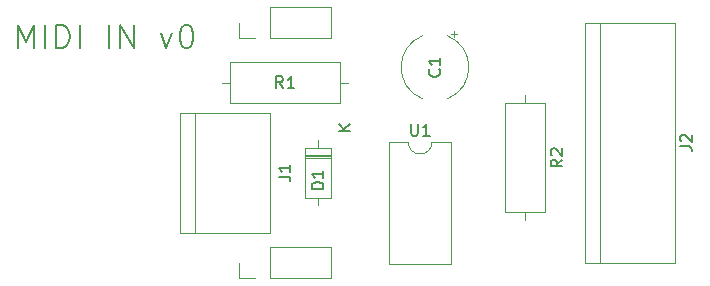
<source format=gbr>
%TF.GenerationSoftware,KiCad,Pcbnew,(6.0.5-0)*%
%TF.CreationDate,2022-05-25T12:26:39-07:00*%
%TF.ProjectId,pool-piano-midi,706f6f6c-2d70-4696-916e-6f2d6d696469,v0*%
%TF.SameCoordinates,Original*%
%TF.FileFunction,Legend,Top*%
%TF.FilePolarity,Positive*%
%FSLAX46Y46*%
G04 Gerber Fmt 4.6, Leading zero omitted, Abs format (unit mm)*
G04 Created by KiCad (PCBNEW (6.0.5-0)) date 2022-05-25 12:26:39*
%MOMM*%
%LPD*%
G01*
G04 APERTURE LIST*
%ADD10C,0.150000*%
%ADD11C,0.120000*%
G04 APERTURE END LIST*
D10*
X155179047Y-65674761D02*
X155179047Y-63674761D01*
X155845714Y-65103333D01*
X156512380Y-63674761D01*
X156512380Y-65674761D01*
X157464761Y-65674761D02*
X157464761Y-63674761D01*
X158417142Y-65674761D02*
X158417142Y-63674761D01*
X158893333Y-63674761D01*
X159179047Y-63770000D01*
X159369523Y-63960476D01*
X159464761Y-64150952D01*
X159560000Y-64531904D01*
X159560000Y-64817619D01*
X159464761Y-65198571D01*
X159369523Y-65389047D01*
X159179047Y-65579523D01*
X158893333Y-65674761D01*
X158417142Y-65674761D01*
X160417142Y-65674761D02*
X160417142Y-63674761D01*
X162893333Y-65674761D02*
X162893333Y-63674761D01*
X163845714Y-65674761D02*
X163845714Y-63674761D01*
X164988571Y-65674761D01*
X164988571Y-63674761D01*
X167274285Y-64341428D02*
X167750476Y-65674761D01*
X168226666Y-64341428D01*
X169369523Y-63674761D02*
X169560000Y-63674761D01*
X169750476Y-63770000D01*
X169845714Y-63865238D01*
X169940952Y-64055714D01*
X170036190Y-64436666D01*
X170036190Y-64912857D01*
X169940952Y-65293809D01*
X169845714Y-65484285D01*
X169750476Y-65579523D01*
X169560000Y-65674761D01*
X169369523Y-65674761D01*
X169179047Y-65579523D01*
X169083809Y-65484285D01*
X168988571Y-65293809D01*
X168893333Y-64912857D01*
X168893333Y-64436666D01*
X168988571Y-64055714D01*
X169083809Y-63865238D01*
X169179047Y-63770000D01*
X169369523Y-63674761D01*
%TO.C,R1*%
X177633333Y-69032380D02*
X177300000Y-68556190D01*
X177061904Y-69032380D02*
X177061904Y-68032380D01*
X177442857Y-68032380D01*
X177538095Y-68080000D01*
X177585714Y-68127619D01*
X177633333Y-68222857D01*
X177633333Y-68365714D01*
X177585714Y-68460952D01*
X177538095Y-68508571D01*
X177442857Y-68556190D01*
X177061904Y-68556190D01*
X178585714Y-69032380D02*
X178014285Y-69032380D01*
X178300000Y-69032380D02*
X178300000Y-68032380D01*
X178204761Y-68175238D01*
X178109523Y-68270476D01*
X178014285Y-68318095D01*
%TO.C,D1*%
X181046380Y-77573095D02*
X180046380Y-77573095D01*
X180046380Y-77335000D01*
X180094000Y-77192142D01*
X180189238Y-77096904D01*
X180284476Y-77049285D01*
X180474952Y-77001666D01*
X180617809Y-77001666D01*
X180808285Y-77049285D01*
X180903523Y-77096904D01*
X180998761Y-77192142D01*
X181046380Y-77335000D01*
X181046380Y-77573095D01*
X181046380Y-76049285D02*
X181046380Y-76620714D01*
X181046380Y-76335000D02*
X180046380Y-76335000D01*
X180189238Y-76430238D01*
X180284476Y-76525476D01*
X180332095Y-76620714D01*
X183332380Y-72651904D02*
X182332380Y-72651904D01*
X183332380Y-72080476D02*
X182760952Y-72509047D01*
X182332380Y-72080476D02*
X182903809Y-72651904D01*
%TO.C,J2*%
X211262380Y-73973333D02*
X211976666Y-73973333D01*
X212119523Y-74020952D01*
X212214761Y-74116190D01*
X212262380Y-74259047D01*
X212262380Y-74354285D01*
X211357619Y-73544761D02*
X211310000Y-73497142D01*
X211262380Y-73401904D01*
X211262380Y-73163809D01*
X211310000Y-73068571D01*
X211357619Y-73020952D01*
X211452857Y-72973333D01*
X211548095Y-72973333D01*
X211690952Y-73020952D01*
X212262380Y-73592380D01*
X212262380Y-72973333D01*
%TO.C,C1*%
X190857142Y-67436666D02*
X190904761Y-67484285D01*
X190952380Y-67627142D01*
X190952380Y-67722380D01*
X190904761Y-67865238D01*
X190809523Y-67960476D01*
X190714285Y-68008095D01*
X190523809Y-68055714D01*
X190380952Y-68055714D01*
X190190476Y-68008095D01*
X190095238Y-67960476D01*
X190000000Y-67865238D01*
X189952380Y-67722380D01*
X189952380Y-67627142D01*
X190000000Y-67484285D01*
X190047619Y-67436666D01*
X190952380Y-66484285D02*
X190952380Y-67055714D01*
X190952380Y-66770000D02*
X189952380Y-66770000D01*
X190095238Y-66865238D01*
X190190476Y-66960476D01*
X190238095Y-67055714D01*
%TO.C,J1*%
X177252380Y-76533333D02*
X177966666Y-76533333D01*
X178109523Y-76580952D01*
X178204761Y-76676190D01*
X178252380Y-76819047D01*
X178252380Y-76914285D01*
X178252380Y-75533333D02*
X178252380Y-76104761D01*
X178252380Y-75819047D02*
X177252380Y-75819047D01*
X177395238Y-75914285D01*
X177490476Y-76009523D01*
X177538095Y-76104761D01*
%TO.C,R2*%
X201292380Y-75096666D02*
X200816190Y-75430000D01*
X201292380Y-75668095D02*
X200292380Y-75668095D01*
X200292380Y-75287142D01*
X200340000Y-75191904D01*
X200387619Y-75144285D01*
X200482857Y-75096666D01*
X200625714Y-75096666D01*
X200720952Y-75144285D01*
X200768571Y-75191904D01*
X200816190Y-75287142D01*
X200816190Y-75668095D01*
X200387619Y-74715714D02*
X200340000Y-74668095D01*
X200292380Y-74572857D01*
X200292380Y-74334761D01*
X200340000Y-74239523D01*
X200387619Y-74191904D01*
X200482857Y-74144285D01*
X200578095Y-74144285D01*
X200720952Y-74191904D01*
X201292380Y-74763333D01*
X201292380Y-74144285D01*
%TO.C,U1*%
X188478095Y-72062380D02*
X188478095Y-72871904D01*
X188525714Y-72967142D01*
X188573333Y-73014761D01*
X188668571Y-73062380D01*
X188859047Y-73062380D01*
X188954285Y-73014761D01*
X189001904Y-72967142D01*
X189049523Y-72871904D01*
X189049523Y-72062380D01*
X190049523Y-73062380D02*
X189478095Y-73062380D01*
X189763809Y-73062380D02*
X189763809Y-72062380D01*
X189668571Y-72205238D01*
X189573333Y-72300476D01*
X189478095Y-72348095D01*
D11*
%TO.C,REF\u002A\u002A*%
X175260000Y-85150000D02*
X173930000Y-85150000D01*
X176530000Y-85150000D02*
X176530000Y-82490000D01*
X173930000Y-85150000D02*
X173930000Y-83820000D01*
X181670000Y-85150000D02*
X181670000Y-82490000D01*
X176530000Y-85150000D02*
X181670000Y-85150000D01*
X176530000Y-82490000D02*
X181670000Y-82490000D01*
%TO.C,R1*%
X182420000Y-66860000D02*
X173180000Y-66860000D01*
X173180000Y-70300000D02*
X182420000Y-70300000D01*
X172490000Y-68580000D02*
X173180000Y-68580000D01*
X182420000Y-70300000D02*
X182420000Y-66860000D01*
X183110000Y-68580000D02*
X182420000Y-68580000D01*
X173180000Y-66860000D02*
X173180000Y-70300000D01*
%TO.C,D1*%
X180594000Y-78970000D02*
X180594000Y-78320000D01*
X179474000Y-78320000D02*
X181714000Y-78320000D01*
X181714000Y-74080000D02*
X179474000Y-74080000D01*
X181714000Y-74800000D02*
X179474000Y-74800000D01*
X181714000Y-78320000D02*
X181714000Y-74080000D01*
X181714000Y-74680000D02*
X179474000Y-74680000D01*
X179474000Y-74080000D02*
X179474000Y-78320000D01*
X180594000Y-73430000D02*
X180594000Y-74080000D01*
X181714000Y-74920000D02*
X179474000Y-74920000D01*
%TO.C,J2*%
X203200000Y-63500000D02*
X203200000Y-83820000D01*
X204470000Y-83820000D02*
X204470000Y-63500000D01*
X210820000Y-63500000D02*
X203200000Y-63500000D01*
X210820000Y-63500000D02*
X210820000Y-83820000D01*
X203200000Y-83820000D02*
X210820000Y-83820000D01*
%TO.C,C1*%
X192390000Y-64472738D02*
X191840000Y-64472738D01*
X192115000Y-64197738D02*
X192115000Y-64747738D01*
X191560000Y-69937077D02*
G75*
G03*
X191560000Y-64602923I-1060000J2667077D01*
G01*
X189440000Y-64602923D02*
G75*
G03*
X189440000Y-69937077I1060000J-2667077D01*
G01*
%TO.C,J1*%
X168910000Y-71120000D02*
X168910000Y-81280000D01*
X176530000Y-71120000D02*
X168910000Y-71120000D01*
X176530000Y-81280000D02*
X176530000Y-71120000D01*
X168910000Y-81280000D02*
X176530000Y-81280000D01*
X170180000Y-81280000D02*
X170180000Y-71120000D01*
%TO.C,R2*%
X196400000Y-70310000D02*
X196400000Y-79550000D01*
X196400000Y-79550000D02*
X199840000Y-79550000D01*
X198120000Y-69620000D02*
X198120000Y-70310000D01*
X198120000Y-80240000D02*
X198120000Y-79550000D01*
X199840000Y-70310000D02*
X196400000Y-70310000D01*
X199840000Y-79550000D02*
X199840000Y-70310000D01*
%TO.C,REF\u002A\u002A*%
X175260000Y-64830000D02*
X173930000Y-64830000D01*
X176530000Y-64830000D02*
X176530000Y-62170000D01*
X173930000Y-64830000D02*
X173930000Y-63500000D01*
X181670000Y-64830000D02*
X181670000Y-62170000D01*
X176530000Y-64830000D02*
X181670000Y-64830000D01*
X176530000Y-62170000D02*
X181670000Y-62170000D01*
%TO.C,U1*%
X191890000Y-83890000D02*
X191890000Y-73610000D01*
X186590000Y-73610000D02*
X186590000Y-83890000D01*
X191890000Y-73610000D02*
X190240000Y-73610000D01*
X186590000Y-83890000D02*
X191890000Y-83890000D01*
X188240000Y-73610000D02*
X186590000Y-73610000D01*
X188240000Y-73610000D02*
G75*
G03*
X190240000Y-73610000I1000000J0D01*
G01*
%TD*%
M02*

</source>
